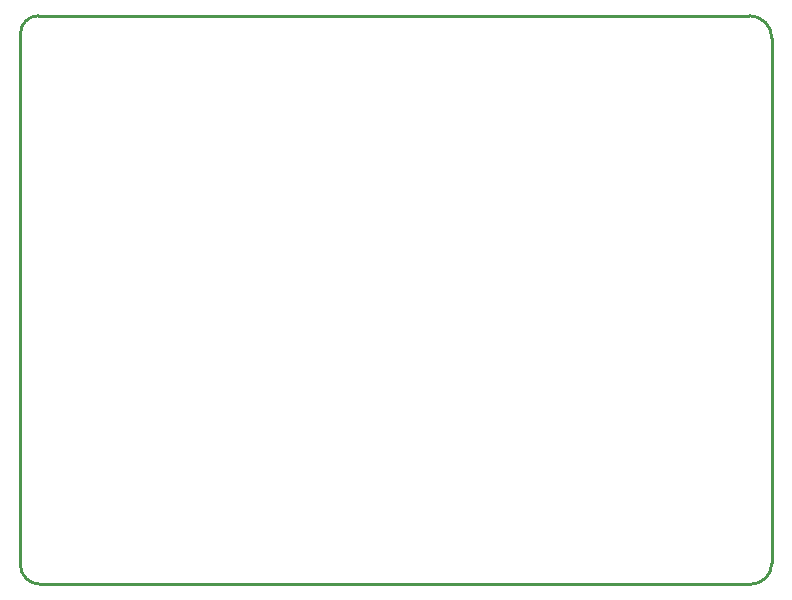
<source format=gko>
G04 Layer: BoardOutline*
G04 EasyEDA v6.3.22, 2020-03-24T12:14:19+11:00*
G04 be55d0e875064f4eac6341afbdbda93d,8b00c40d607e4de580d566db1ee26a9b,10*
G04 Gerber Generator version 0.2*
G04 Scale: 100 percent, Rotated: No, Reflected: No *
G04 Dimensions in millimeters *
G04 leading zeros omitted , absolute positions ,3 integer and 3 decimal *
%FSLAX33Y33*%
%MOMM*%
G90*
G71D02*

%ADD10C,0.254000*%
G54D10*
G01X0Y46228D02*
G01X0Y46609D01*
G01X1524Y48133D02*
G01X61722Y48133D01*
G01X63627Y46228D02*
G01X63627Y1778D01*
G01X61849Y0D02*
G01X1651Y0D01*
G01X0Y1651D02*
G01X0Y46355D01*
G75*
G01X0Y46609D02*
G02X1524Y48133I1524J0D01*
G01*
G75*
G01X61722Y48133D02*
G02X63627Y46228I0J-1905D01*
G01*
G75*
G01X63627Y1778D02*
G02X61849Y0I-1778J0D01*
G01*
G75*
G01X1651Y0D02*
G02X0Y1651I0J1651D01*
G01*

%LPD*%
M00*
M02*

</source>
